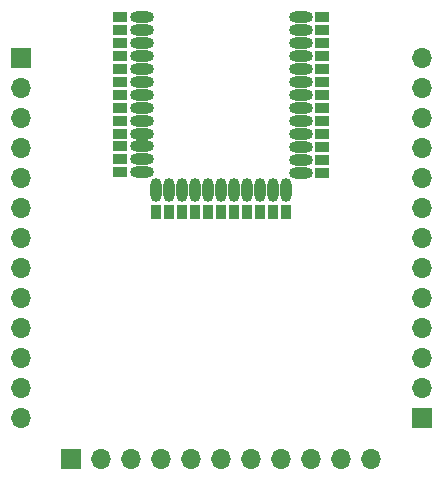
<source format=gbr>
%TF.GenerationSoftware,KiCad,Pcbnew,(6.0.4-0)*%
%TF.CreationDate,2022-07-01T21:41:05+01:00*%
%TF.ProjectId,holyiot-flexypin,686f6c79-696f-4742-9d66-6c6578797069,rev?*%
%TF.SameCoordinates,Original*%
%TF.FileFunction,Soldermask,Top*%
%TF.FilePolarity,Negative*%
%FSLAX46Y46*%
G04 Gerber Fmt 4.6, Leading zero omitted, Abs format (unit mm)*
G04 Created by KiCad (PCBNEW (6.0.4-0)) date 2022-07-01 21:41:05*
%MOMM*%
%LPD*%
G01*
G04 APERTURE LIST*
%ADD10R,1.700000X1.700000*%
%ADD11O,1.700000X1.700000*%
%ADD12O,2.000000X0.950000*%
%ADD13R,1.300000X0.900000*%
%ADD14R,0.900000X1.300000*%
%ADD15O,0.950000X2.000000*%
G04 APERTURE END LIST*
D10*
%TO.C,J6*%
X154000000Y-99975000D03*
D11*
X154000000Y-97435000D03*
X154000000Y-94895000D03*
X154000000Y-92355000D03*
X154000000Y-89815000D03*
X154000000Y-87275000D03*
X154000000Y-84735000D03*
X154000000Y-82195000D03*
X154000000Y-79655000D03*
X154000000Y-77115000D03*
X154000000Y-74575000D03*
X154000000Y-72035000D03*
X154000000Y-69495000D03*
%TD*%
D12*
%TO.C,J5*%
X143700000Y-66050000D03*
D13*
X145550000Y-66050000D03*
D12*
X143700000Y-67150000D03*
D13*
X145550000Y-67150000D03*
D12*
X143700000Y-68250000D03*
D13*
X145550000Y-68250000D03*
D12*
X143700000Y-69350000D03*
D13*
X145550000Y-69350000D03*
D12*
X143700000Y-70450000D03*
D13*
X145550000Y-70450000D03*
D12*
X143700000Y-71550000D03*
D13*
X145550000Y-71550000D03*
D12*
X143700000Y-72650000D03*
D13*
X145550000Y-72650000D03*
D12*
X143700000Y-73750000D03*
D13*
X145550000Y-73750000D03*
D12*
X143700000Y-74850000D03*
D13*
X145550000Y-74850000D03*
D12*
X143700000Y-75950000D03*
D13*
X145550000Y-75950000D03*
D12*
X143700000Y-77050000D03*
D13*
X145550000Y-77050000D03*
D12*
X143700000Y-78150000D03*
D13*
X145550000Y-78150000D03*
D12*
X143700000Y-79250000D03*
D13*
X145550000Y-79250000D03*
%TD*%
D10*
%TO.C,J4*%
X124300000Y-103500000D03*
D11*
X126840000Y-103500000D03*
X129380000Y-103500000D03*
X131920000Y-103500000D03*
X134460000Y-103500000D03*
X137000000Y-103500000D03*
X139540000Y-103500000D03*
X142080000Y-103500000D03*
X144620000Y-103500000D03*
X147160000Y-103500000D03*
X149700000Y-103500000D03*
%TD*%
D14*
%TO.C,J3*%
X131500000Y-82550000D03*
D15*
X131500000Y-80700000D03*
D14*
X132600000Y-82550000D03*
D15*
X132600000Y-80700000D03*
D14*
X133700000Y-82550000D03*
D15*
X133700000Y-80700000D03*
D14*
X134800000Y-82550000D03*
D15*
X134800000Y-80700000D03*
D14*
X135900000Y-82550000D03*
D15*
X135900000Y-80700000D03*
D14*
X137000000Y-82550000D03*
D15*
X137000000Y-80700000D03*
D14*
X138100000Y-82550000D03*
D15*
X138100000Y-80700000D03*
D14*
X139200000Y-82550000D03*
D15*
X139200000Y-80700000D03*
D14*
X140300000Y-82550000D03*
D15*
X140300000Y-80700000D03*
D14*
X141400000Y-82550000D03*
D15*
X141400000Y-80700000D03*
D14*
X142500000Y-82550000D03*
D15*
X142500000Y-80700000D03*
%TD*%
D10*
%TO.C, *%
X120000000Y-69525000D03*
D11*
X120000000Y-72065000D03*
X120000000Y-74605000D03*
X120000000Y-77145000D03*
X120000000Y-79685000D03*
X120000000Y-82225000D03*
X120000000Y-84765000D03*
X120000000Y-87305000D03*
X120000000Y-89845000D03*
X120000000Y-92385000D03*
X120000000Y-94925000D03*
X120000000Y-97465000D03*
X120000000Y-100005000D03*
%TD*%
D13*
%TO.C,J1*%
X128450000Y-66000000D03*
D12*
X130300000Y-66000000D03*
D13*
X128450000Y-67100000D03*
D12*
X130300000Y-67100000D03*
D13*
X128450000Y-68200000D03*
D12*
X130300000Y-68200000D03*
D13*
X128450000Y-69300000D03*
D12*
X130300000Y-69300000D03*
D13*
X128450000Y-70400000D03*
D12*
X130300000Y-70400000D03*
D13*
X128450000Y-71500000D03*
D12*
X130300000Y-71500000D03*
D13*
X128450000Y-72600000D03*
D12*
X130300000Y-72600000D03*
D13*
X128450000Y-73700000D03*
D12*
X130300000Y-73700000D03*
D13*
X128450000Y-74800000D03*
D12*
X130300000Y-74800000D03*
D13*
X128450000Y-75900000D03*
D12*
X130300000Y-75900000D03*
D13*
X128450000Y-77000000D03*
D12*
X130300000Y-77000000D03*
D13*
X128450000Y-78100000D03*
D12*
X130300000Y-78100000D03*
D13*
X128450000Y-79200000D03*
D12*
X130300000Y-79200000D03*
%TD*%
M02*

</source>
